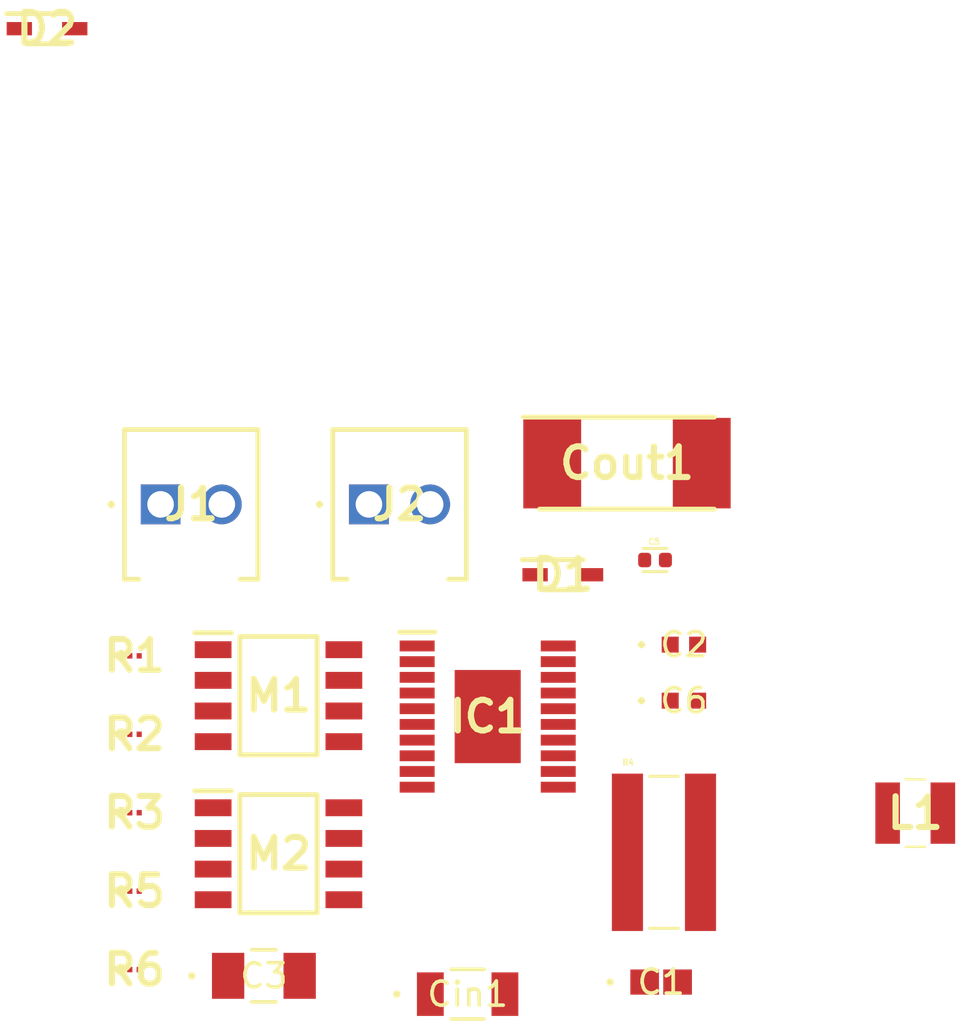
<source format=kicad_pcb>
(kicad_pcb (version 20240108) (generator "pcbnew") (generator_version "8.0")
  (layers (0 "F.Cu" signal) (31 "B.Cu" signal) (34 "B.Paste" user) (35 "F.Paste" user) (36 "B.SilkS" user "B.Silkscreen") (37 "F.SilkS" user "F.Silkscreen") (38 "B.Mask" user) (39 "F.Mask" user) (44 "Edge.Cuts" user))
  (net 0 "")
  (net 1 "Net-(C1-Pad2)")
  (net 2 "GND")
  (net 3 "Net-(IC1-TRACK{slash}SS)")
  (net 4 "Net-(IC1-ITH)")
  (net 5 "Net-(D1-A)")
  (net 6 "Net-(D1-K)")
  (net 7 "Net-(D2-K)")
  (net 8 "Net-(IC1-VIN)")
  (net 9 "Net-(M1-D_2)")
  (net 10 "Net-(IC1-SENSE-)")
  (net 11 "GNDS")
  (net 12 "Net-(IC1-SENSE+)")
  (net 14 "Net-(IC1-FREQ)")
  (net 15 "Net-(IC1-BG)")
  (net 16 "Net-(IC1-VFB)")
  (net 17 "Net-(IC1-TG)")
  (net 18 "Net-(M2-D_2)")
  (net 21 "Net-(IC1-PGOOD)")
  (footprint "footprints:ERJ-XGNF6042Y" (layer "F.Cu") (at 123.4783 99.2341)
    (property "Reference" "R2" (at 0 0 0) (layer "F.SilkS") (effects (font (size 1.27 1.27) (thickness 0.254))))
    (property "Value" "60k4" (hide yes))
    (fp_circle (center -0.544 0) (end -0.544 0.05) (stroke (width 0.2)) (fill none) (layer "F.SilkS"))
    (pad "1" smd rect (at -0.194 0) (size 0.213 0.225) (layers "F.Cu" "F.Paste" "F.Mask") (net 2 "GND"))
    (pad "2" smd rect (at 0.194 0) (size 0.213 0.225) (layers "F.Cu" "F.Paste" "F.Mask") (net 14 "Net-(IC1-FREQ)"))
  )
  (footprint "footprints:KRL6432D-C-R004-F-T5" (layer "F.Cu") (at 145.4343 104.1241)
    (property "Reference" "R4" (at -1.480155 -3.722309 0) (layer "F.SilkS") (effects (font (size 0.240187 0.240187))))
    (property "Value" "4m")
    (fp_line (start -0.6 -3.15) (end 0.6 -3.15) (stroke (width 0.127)) (layer "F.SilkS"))
    (fp_line (start -0.6 3.15) (end 0.6 3.15) (stroke (width 0.127)) (layer "F.SilkS"))
    (pad "1" smd rect (at -1.515 0) (size 1.29 6.52) (layers "F.Cu" "F.Paste" "F.Mask") (net 12 "Net-(IC1-SENSE+)"))
    (pad "2" smd rect (at 1.515 0) (size 1.29 6.52) (layers "F.Cu" "F.Paste" "F.Mask") (net 10 "Net-(IC1-SENSE-)"))
  )
  (footprint "footprints:ERJ-XGNF1003Y" (layer "F.Cu") (at 123.4783 102.4841)
    (property "Reference" "R3" (at 0 0 0) (layer "F.SilkS") (effects (font (size 1.27 1.27) (thickness 0.254))))
    (property "Value" "100k" (hide yes))
    (fp_circle (center -0.544 0) (end -0.544 0.05) (stroke (width 0.2)) (fill none) (layer "F.SilkS"))
    (pad "1" smd rect (at -0.194 0) (size 0.213 0.225) (layers "F.Cu" "F.Paste" "F.Mask") (net 5 "Net-(D1-A)"))
    (pad "2" smd rect (at 0.194 0) (size 0.213 0.225) (layers "F.Cu" "F.Paste" "F.Mask") (net 21 "Net-(IC1-PGOOD)"))
  )
  (footprint "footprints:CAP_CS0402_YAG" (layer "F.Cu") (at 146.2614 97.8403)
    (property "Reference" "C6" (at 0 0 0) (layer "F.SilkS"))
    (property "Value" "0u1")
    (fp_circle (center -1.7597 0) (end -1.6835 0) (stroke (width 0.1524)) (fill none) (layer "F.SilkS"))
    (pad "1" smd rect (at -0.5687 0) (size 0.7056 0.6604) (layers "F.Cu" "F.Paste" "F.Mask") (net 6 "Net-(D1-K)"))
    (pad "2" smd rect (at 0.5687 0) (size 0.7056 0.6604) (layers "F.Cu" "F.Paste" "F.Mask") (net 7 "Net-(D2-K)"))
  )
  (footprint "footprints:AISC-1008F-100G-T" (layer "F.Cu") (at 155.855 102.5)
    (property "Reference" "L1" (at 0 -0.002 0) (layer "F.SilkS") (effects (font (size 1.27 1.27) (thickness 0.254))))
    (property "Value" "10u" (hide yes))
    (fp_line (start -0.4 -1.4) (end 0.4 -1.395) (stroke (width 0.1)) (layer "F.SilkS"))
    (fp_line (start -0.4 1.395) (end 0.4 1.395) (stroke (width 0.1)) (layer "F.SilkS"))
    (pad "1" smd rect (at -1.145 0) (size 1.02 2.54) (layers "F.Cu" "F.Paste" "F.Mask") (net 7 "Net-(D2-K)"))
    (pad "2" smd rect (at 1.145 0) (size 1.02 2.54) (layers "F.Cu" "F.Paste" "F.Mask") (net 12 "Net-(IC1-SENSE+)"))
  )
  (footprint "footprints:IRF7413ZPBF" (layer "F.Cu") (at 129.4493 104.1841)
    (property "Reference" "M2" (at 0 0 0) (layer "F.SilkS") (effects (font (size 1.27 1.27) (thickness 0.254))))
    (property "Value" "IRF7413ZPBF" (hide yes))
    (fp_line (start -3.475 -2.605) (end -1.95 -2.605) (stroke (width 0.2)) (layer "F.SilkS"))
    (fp_line (start -1.6 -2.45) (end 1.6 -2.45) (stroke (width 0.2)) (layer "F.SilkS"))
    (fp_line (start -1.6 2.45) (end -1.6 -2.45) (stroke (width 0.2)) (layer "F.SilkS"))
    (fp_line (start 1.6 -2.45) (end 1.6 2.45) (stroke (width 0.2)) (layer "F.SilkS"))
    (fp_line (start 1.6 2.45) (end -1.6 2.45) (stroke (width 0.2)) (layer "F.SilkS"))
    (pad "1" smd rect (at -2.712 -1.905 90) (size 0.7 1.525) (layers "F.Cu" "F.Paste" "F.Mask") (net 2 "GND"))
    (pad "2" smd rect (at -2.712 -0.635 90) (size 0.7 1.525) (layers "F.Cu" "F.Paste" "F.Mask") (net 2 "GND"))
    (pad "3" smd rect (at -2.712 0.635 90) (size 0.7 1.525) (layers "F.Cu" "F.Paste" "F.Mask") (net 2 "GND"))
    (pad "4" smd rect (at -2.712 1.905 90) (size 0.7 1.525) (layers "F.Cu" "F.Paste" "F.Mask") (net 15 "Net-(IC1-BG)"))
    (pad "5" smd rect (at 2.712 1.905 90) (size 0.7 1.525) (layers "F.Cu" "F.Paste" "F.Mask") (net 7 "Net-(D2-K)"))
    (pad "6" smd rect (at 2.712 0.635 90) (size 0.7 1.525) (layers "F.Cu" "F.Paste" "F.Mask") (net 18 "Net-(M2-D_2)"))
    (pad "7" smd rect (at 2.712 -0.635 90) (size 0.7 1.525) (layers "F.Cu" "F.Paste" "F.Mask") (net 18 "Net-(M2-D_2)"))
    (pad "8" smd rect (at 2.712 -1.905 90) (size 0.7 1.525) (layers "F.Cu" "F.Paste" "F.Mask") (net 18 "Net-(M2-D_2)"))
  )
  (footprint "footprints:ERJ-XGNF4023Y" (layer "F.Cu") (at 123.4783 108.9841)
    (property "Reference" "R6" (at 0 0 0) (layer "F.SilkS") (effects (font (size 1.27 1.27) (thickness 0.254))))
    (property "Value" "400k" (hide yes))
    (fp_circle (center -0.544 0) (end -0.544 0.05) (stroke (width 0.2)) (fill none) (layer "F.SilkS"))
    (pad "1" smd rect (at -0.194 0) (size 0.213 0.225) (layers "F.Cu" "F.Paste" "F.Mask") (net 16 "Net-(IC1-VFB)"))
    (pad "2" smd rect (at 0.194 0) (size 0.213 0.225) (layers "F.Cu" "F.Paste" "F.Mask") (net 2 "GND"))
  )
  (footprint "footprints:IRF7413ZPBF" (layer "F.Cu") (at 129.4493 97.6341)
    (property "Reference" "M1" (at 0 0 0) (layer "F.SilkS") (effects (font (size 1.27 1.27) (thickness 0.254))))
    (property "Value" "IRF7413ZPBF" (hide yes))
    (fp_line (start -3.475 -2.605) (end -1.95 -2.605) (stroke (width 0.2)) (layer "F.SilkS"))
    (fp_line (start -1.6 -2.45) (end 1.6 -2.45) (stroke (width 0.2)) (layer "F.SilkS"))
    (fp_line (start -1.6 2.45) (end -1.6 -2.45) (stroke (width 0.2)) (layer "F.SilkS"))
    (fp_line (start 1.6 -2.45) (end 1.6 2.45) (stroke (width 0.2)) (layer "F.SilkS"))
    (fp_line (start 1.6 2.45) (end -1.6 2.45) (stroke (width 0.2)) (layer "F.SilkS"))
    (pad "1" smd rect (at -2.712 -1.905 90) (size 0.7 1.525) (layers "F.Cu" "F.Paste" "F.Mask") (net 7 "Net-(D2-K)"))
    (pad "2" smd rect (at -2.712 -0.635 90) (size 0.7 1.525) (layers "F.Cu" "F.Paste" "F.Mask") (net 7 "Net-(D2-K)"))
    (pad "3" smd rect (at -2.712 0.635 90) (size 0.7 1.525) (layers "F.Cu" "F.Paste" "F.Mask") (net 7 "Net-(D2-K)"))
    (pad "4" smd rect (at -2.712 1.905 90) (size 0.7 1.525) (layers "F.Cu" "F.Paste" "F.Mask") (net 17 "Net-(IC1-TG)"))
    (pad "5" smd rect (at 2.712 1.905 90) (size 0.7 1.525) (layers "F.Cu" "F.Paste" "F.Mask") (net 8 "Net-(IC1-VIN)"))
    (pad "6" smd rect (at 2.712 0.635 90) (size 0.7 1.525) (layers "F.Cu" "F.Paste" "F.Mask") (net 9 "Net-(M1-D_2)"))
    (pad "7" smd rect (at 2.712 -0.635 90) (size 0.7 1.525) (layers "F.Cu" "F.Paste" "F.Mask") (net 9 "Net-(M1-D_2)"))
    (pad "8" smd rect (at 2.712 -1.905 90) (size 0.7 1.525) (layers "F.Cu" "F.Paste" "F.Mask") (net 9 "Net-(M1-D_2)"))
  )
  (footprint "footprints:ERJ-XGNF1542Y" (layer "F.Cu") (at 123.4783 95.9841)
    (property "Reference" "R1" (at 0 0 0) (layer "F.SilkS") (effects (font (size 1.27 1.27) (thickness 0.254))))
    (property "Value" "15k4" (hide yes))
    (fp_circle (center -0.544 0) (end -0.544 0.05) (stroke (width 0.2)) (fill none) (layer "F.SilkS"))
    (pad "1" smd rect (at -0.194 0) (size 0.213 0.225) (layers "F.Cu" "F.Paste" "F.Mask") (net 1 "Net-(C1-Pad2)"))
    (pad "2" smd rect (at 0.194 0) (size 0.213 0.225) (layers "F.Cu" "F.Paste" "F.Mask") (net 4 "Net-(IC1-ITH)"))
  )
  (footprint "footprints:CMDSH2-3_TR_PBFREE" (layer "F.Cu") (at 141.2393 92.6241)
    (property "Reference" "D1" (at 0 0 0) (layer "F.SilkS") (effects (font (size 1.27 1.27) (thickness 0.254))))
    (property "Value" "CMDSH2-3" (hide yes))
    (fp_line (start -1.675 -0.625) (end 0.85 -0.625) (stroke (width 0.2)) (layer "F.SilkS"))
    (fp_line (start -0.85 0.625) (end 0.85 0.625) (stroke (width 0.2)) (layer "F.SilkS"))
    (pad "1" smd rect (at -1.15 0 90) (size 0.55 1.05) (layers "F.Cu" "F.Paste" "F.Mask") (net 6 "Net-(D1-K)"))
    (pad "2" smd rect (at 1.15 0 90) (size 0.55 1.05) (layers "F.Cu" "F.Paste" "F.Mask") (net 5 "Net-(D1-A)"))
  )
  (footprint "footprints:ERJ-XGNF1003Y" (layer "F.Cu") (at 123.4783 105.7341)
    (property "Reference" "R5" (at 0 0 0) (layer "F.SilkS") (effects (font (size 1.27 1.27) (thickness 0.254))))
    (property "Value" "100k" (hide yes))
    (fp_circle (center -0.544 0) (end -0.544 0.05) (stroke (width 0.2)) (fill none) (layer "F.SilkS"))
    (pad "1" smd rect (at -0.194 0) (size 0.213 0.225) (layers "F.Cu" "F.Paste" "F.Mask") (net 10 "Net-(IC1-SENSE-)"))
    (pad "2" smd rect (at 0.194 0) (size 0.213 0.225) (layers "F.Cu" "F.Paste" "F.Mask") (net 16 "Net-(IC1-VFB)"))
  )
  (footprint "footprints:CAP_CC1206_YAG" (layer "F.Cu") (at 137.2925 110.001)
    (property "Reference" "Cin1" (at 0 0 0) (layer "F.SilkS"))
    (property "Value" "22u")
    (fp_line (start -0.68305 1.0287) (end 0.68305 1.0287) (stroke (width 0.1524)) (layer "F.SilkS"))
    (fp_line (start 0.68305 -1.0287) (end -0.68305 -1.0287) (stroke (width 0.1524)) (layer "F.SilkS"))
    (fp_circle (center -2.9408 0) (end -2.8646 0) (stroke (width 0.1524)) (fill none) (layer "F.SilkS"))
    (pad "1" smd rect (at -1.5466 0) (size 1.112 1.8034) (layers "F.Cu" "F.Paste" "F.Mask") (net 8 "Net-(IC1-VIN)"))
    (pad "2" smd rect (at 1.5466 0) (size 1.112 1.8034) (layers "F.Cu" "F.Paste" "F.Mask") (net 2 "GND"))
  )
  (footprint "footprints:CMDSH2-3_TR_PBFREE" (layer "F.Cu") (at 119.85 70)
    (property "Reference" "D2" (at 0 0 0) (layer "F.SilkS") (effects (font (size 1.27 1.27) (thickness 0.254))))
    (property "Value" "CMDSH2-3" (hide yes))
    (fp_line (start -1.675 -0.625) (end 0.85 -0.625) (stroke (width 0.2)) (layer "F.SilkS"))
    (fp_line (start -0.85 0.625) (end 0.85 0.625) (stroke (width 0.2)) (layer "F.SilkS"))
    (pad "1" smd rect (at -1.15 0 90) (size 0.55 1.05) (layers "F.Cu" "F.Paste" "F.Mask") (net 7 "Net-(D2-K)"))
    (pad "2" smd rect (at 1.15 0 90) (size 0.55 1.05) (layers "F.Cu" "F.Paste" "F.Mask") (net 2 "GND"))
  )
  (footprint "footprints:1725656" (layer "F.Cu") (at 133.1993 89.7091)
    (property "Reference" "J2" (at 1.27 0 0) (layer "F.SilkS") (effects (font (size 1.27 1.27) (thickness 0.254))))
    (property "Value" "Screw_Terminal_01x02" (hide yes))
    (fp_line (start -2.1 0) (end -2.1 0) (stroke (width 0.2)) (layer "F.SilkS"))
    (fp_line (start -2.1 0) (end -2.1 0) (stroke (width 0.2)) (layer "F.SilkS"))
    (fp_line (start -2 0) (end -2 0) (stroke (width 0.2)) (layer "F.SilkS"))
    (fp_line (start -1.5 -3.1) (end 4.04 -3.1) (stroke (width 0.2)) (layer "F.SilkS"))
    (fp_line (start -1.5 3.1) (end -1.5 -3.1) (stroke (width 0.2)) (layer "F.SilkS"))
    (fp_line (start -0.9 3.1) (end -1.5 3.1) (stroke (width 0.2)) (layer "F.SilkS"))
    (fp_line (start 4.04 -3.1) (end 4.04 3.1) (stroke (width 0.2)) (layer "F.SilkS"))
    (fp_line (start 4.04 3.1) (end 3.3 3.1) (stroke (width 0.2)) (layer "F.SilkS"))
    (fp_arc (start -2.1 0) (mid -2.05 -0.05) (end -2 0) (stroke (width 0.2)) (layer "F.SilkS"))
    (fp_arc (start -2 0) (mid -2.05 0.05) (end -2.1 0) (stroke (width 0.2)) (layer "F.SilkS"))
    (fp_arc (start -2 0) (mid -2.05 0.05) (end -2.1 0) (stroke (width 0.2)) (layer "F.SilkS"))
    (pad "" np_thru_hole circle (at 0 2.54) (size 1.1 1.1) (drill 1.1) (layers "*.Cu" "*.Mask"))
    (pad "" np_thru_hole circle (at 2.54 2.54) (size 1.1 1.1) (drill 1.1) (layers "*.Cu" "*.Mask"))
    (pad "1" thru_hole rect (at 0 0) (size 1.65 1.65) (drill 1.1) (layers "*.Cu" "*.Mask") (net 2 "GND"))
    (pad "2" thru_hole circle (at 2.54 0) (size 1.65 1.65) (drill 1.1) (layers "*.Cu" "*.Mask") (net 10 "Net-(IC1-SENSE-)"))
  )
  (footprint "footprints:TAZH157J010LBSZ0H00" (layer "F.Cu") (at 143.9 88)
    (property "Reference" "Cout1" (at 0 0 0) (layer "F.SilkS") (effects (font (size 1.27 1.27) (thickness 0.254))))
    (property "Value" "150u" (hide yes))
    (fp_line (start -3.62 1.905) (end 3.62 1.905) (stroke (width 0.2)) (layer "F.SilkS"))
    (fp_line (start 3.62 -1.905) (end -4.3 -1.905) (stroke (width 0.2)) (layer "F.SilkS"))
    (pad "1" smd rect (at -3.1 0) (size 2.4 3.75) (layers "F.Cu" "F.Paste" "F.Mask") (net 10 "Net-(IC1-SENSE-)"))
    (pad "2" smd rect (at 3.1 0) (size 2.4 3.75) (layers "F.Cu" "F.Paste" "F.Mask") (net 2 "GND"))
  )
  (footprint "footprints:CAP_CS1206_YAG" (layer "F.Cu") (at 128.8433 109.2418)
    (property "Reference" "C3" (at 0 0 0) (layer "F.SilkS"))
    (property "Value" "47p")
    (fp_line (start -0.50525 1.0795) (end 0.50525 1.0795) (stroke (width 0.1524)) (layer "F.SilkS"))
    (fp_line (start 0.50525 -1.0795) (end -0.50525 -1.0795) (stroke (width 0.1524)) (layer "F.SilkS"))
    (fp_circle (center -2.9916 0) (end -2.9154 0) (stroke (width 0.1524)) (fill none) (layer "F.SilkS"))
    (pad "1" smd rect (at -1.4831 0) (size 1.3406 1.905) (layers "F.Cu" "F.Paste" "F.Mask") (net 4 "Net-(IC1-ITH)"))
    (pad "2" smd rect (at 1.4831 0) (size 1.3406 1.905) (layers "F.Cu" "F.Paste" "F.Mask") (net 2 "GND"))
  )
  (footprint "footprints:1725656" (layer "F.Cu") (at 124.5593 89.7091)
    (property "Reference" "J1" (at 1.27 0 0) (layer "F.SilkS") (effects (font (size 1.27 1.27) (thickness 0.254))))
    (property "Value" "Screw_Terminal_01x02" (hide yes))
    (fp_line (start -2.1 0) (end -2.1 0) (stroke (width 0.2)) (layer "F.SilkS"))
    (fp_line (start -2.1 0) (end -2.1 0) (stroke (width 0.2)) (layer "F.SilkS"))
    (fp_line (start -2 0) (end -2 0) (stroke (width 0.2)) (layer "F.SilkS"))
    (fp_line (start -1.5 -3.1) (end 4.04 -3.1) (stroke (width 0.2)) (layer "F.SilkS"))
    (fp_line (start -1.5 3.1) (end -1.5 -3.1) (stroke (width 0.2)) (layer "F.SilkS"))
    (fp_line (start -0.9 3.1) (end -1.5 3.1) (stroke (width 0.2)) (layer "F.SilkS"))
    (fp_line (start 4.04 -3.1) (end 4.04 3.1) (stroke (width 0.2)) (layer "F.SilkS"))
    (fp_line (start 4.04 3.1) (end 3.3 3.1) (stroke (width 0.2)) (layer "F.SilkS"))
    (fp_arc (start -2.1 0) (mid -2.05 -0.05) (end -2 0) (stroke (width 0.2)) (layer "F.SilkS"))
    (fp_arc (start -2 0) (mid -2.05 0.05) (end -2.1 0) (stroke (width 0.2)) (layer "F.SilkS"))
    (fp_arc (start -2 0) (mid -2.05 0.05) (end -2.1 0) (stroke (width 0.2)) (layer "F.SilkS"))
    (pad "" np_thru_hole circle (at 0 2.54) (size 1.1 1.1) (drill 1.1) (layers "*.Cu" "*.Mask"))
    (pad "" np_thru_hole circle (at 2.54 2.54) (size 1.1 1.1) (drill 1.1) (layers "*.Cu" "*.Mask"))
    (pad "1" thru_hole rect (at 0 0) (size 1.65 1.65) (drill 1.1) (layers "*.Cu" "*.Mask") (net 2 "GND"))
    (pad "2" thru_hole circle (at 2.54 0) (size 1.65 1.65) (drill 1.1) (layers "*.Cu" "*.Mask") (net 8 "Net-(IC1-VIN)"))
  )
  (footprint "footprints:LTC3807EFE#PBF" (layer "F.Cu") (at 138.1243 98.5)
    (property "Reference" "IC1" (at 0 0 0) (layer "F.SilkS") (effects (font (size 1.27 1.27) (thickness 0.254))))
    (property "Value" "LTC3807EFE#PBF" (hide yes))
    (fp_line (start -3.65 -3.5) (end -2.2 -3.5) (stroke (width 0.2)) (layer "F.SilkS"))
    (pad "1" smd rect (at -2.925 -2.925 90) (size 0.45 1.45) (layers "F.Cu" "F.Paste" "F.Mask") (net 3 "Net-(IC1-TRACK{slash}SS)"))
    (pad "2" smd rect (at -2.925 -2.275 90) (size 0.45 1.45) (layers "F.Cu" "F.Paste" "F.Mask") (net 14 "Net-(IC1-FREQ)"))
    (pad "3" smd rect (at -2.925 -1.625 90) (size 0.45 1.45) (layers "F.Cu" "F.Paste" "F.Mask"))
    (pad "4" smd rect (at -2.925 -0.975 90) (size 0.45 1.45) (layers "F.Cu" "F.Paste" "F.Mask") (net 11 "GNDS"))
    (pad "5" smd rect (at -2.925 -0.325 90) (size 0.45 1.45) (layers "F.Cu" "F.Paste" "F.Mask") (net 11 "GNDS"))
    (pad "6" smd rect (at -2.925 0.325 90) (size 0.45 1.45) (layers "F.Cu" "F.Paste" "F.Mask"))
    (pad "7" smd rect (at -2.925 0.975 90) (size 0.45 1.45) (layers "F.Cu" "F.Paste" "F.Mask") (net 10 "Net-(IC1-SENSE-)"))
    (pad "8" smd rect (at -2.925 1.625 90) (size 0.45 1.45) (layers "F.Cu" "F.Paste" "F.Mask") (net 12 "Net-(IC1-SENSE+)"))
    (pad "9" smd rect (at -2.925 2.275 90) (size 0.45 1.45) (layers "F.Cu" "F.Paste" "F.Mask") (net 16 "Net-(IC1-VFB)"))
    (pad "10" smd rect (at -2.925 2.925 90) (size 0.45 1.45) (layers "F.Cu" "F.Paste" "F.Mask") (net 4 "Net-(IC1-ITH)"))
    (pad "11" smd rect (at 2.925 2.925 90) (size 0.45 1.45) (layers "F.Cu" "F.Paste" "F.Mask") (net 21 "Net-(IC1-PGOOD)"))
    (pad "12" smd rect (at 2.925 2.275 90) (size 0.45 1.45) (layers "F.Cu" "F.Paste" "F.Mask") (net 17 "Net-(IC1-TG)"))
    (pad "13" smd rect (at 2.925 1.625 90) (size 0.45 1.45) (layers "F.Cu" "F.Paste" "F.Mask") (net 7 "Net-(D2-K)"))
    (pad "14" smd rect (at 2.925 0.975 90) (size 0.45 1.45) (layers "F.Cu" "F.Paste" "F.Mask") (net 6 "Net-(D1-K)"))
    (pad "15" smd rect (at 2.925 0.325 90) (size 0.45 1.45) (layers "F.Cu" "F.Paste" "F.Mask") (net 15 "Net-(IC1-BG)"))
    (pad "16" smd rect (at 2.925 -0.325 90) (size 0.45 1.45) (layers "F.Cu" "F.Paste" "F.Mask") (net 5 "Net-(D1-A)"))
    (pad "17" smd rect (at 2.925 -0.975 90) (size 0.45 1.45) (layers "F.Cu" "F.Paste" "F.Mask") (net 2 "GND"))
    (pad "18" smd rect (at 2.925 -1.625 90) (size 0.45 1.45) (layers "F.Cu" "F.Paste" "F.Mask") (net 2 "GND"))
    (pad "19" smd rect (at 2.925 -2.275 90) (size 0.45 1.45) (layers "F.Cu" "F.Paste" "F.Mask") (net 8 "Net-(IC1-VIN)"))
    (pad "20" smd rect (at 2.925 -2.925 90) (size 0.45 1.45) (layers "F.Cu" "F.Paste" "F.Mask"))
    (pad "21" smd rect (at 0 0) (size 2.74 3.86) (layers "F.Cu" "F.Paste" "F.Mask") (net 11 "GNDS"))
  )
  (footprint "footprints:CC0402KRX5R7BB225" (layer "F.Cu") (at 145.0643 92.0141)
    (property "Reference" "C5" (at -0.038306 -0.758223 0) (layer "F.SilkS") (effects (font (size 0.241854 0.241854))))
    (property "Value" "2u2")
    (fp_line (start -0.5 0.48) (end 0.5 0.48) (stroke (width 0.127)) (layer "F.SilkS"))
    (fp_line (start 0.5 -0.48) (end -0.5 -0.48) (stroke (width 0.127)) (layer "F.SilkS"))
    (pad "1" smd roundrect (at -0.43 0) (size 0.54 0.6) (layers "F.Cu" "F.Paste" "F.Mask") (roundrect_rratio 0.265) (net 5 "Net-(D1-A)"))
    (pad "2" smd roundrect (at 0.43 0) (size 0.54 0.6) (layers "F.Cu" "F.Paste" "F.Mask") (roundrect_rratio 0.265) (net 2 "GND"))
  )
  (footprint "footprints:CAP_CS0603_YAG" (layer "F.Cu") (at 145.317 109.5)
    (property "Reference" "C1" (at 0 0 0) (layer "F.SilkS"))
    (property "Value" "4n7")
    (fp_circle (center -2.1153 0) (end -2.0391 0) (stroke (width 0.1524)) (fill none) (layer "F.SilkS"))
    (pad "1" smd rect (at -0.683 0) (size 1.1882 1.0414) (layers "F.Cu" "F.Paste" "F.Mask") (net 2 "GND"))
    (pad "2" smd rect (at 0.683 0) (size 1.1882 1.0414) (layers "F.Cu" "F.Paste" "F.Mask") (net 1 "Net-(C1-Pad2)"))
  )
  (footprint "footprints:CAP_CS0402_YAG" (layer "F.Cu") (at 146.2614 95.5195)
    (property "Reference" "C2" (at 0 0 0) (layer "F.SilkS"))
    (property "Value" "0u1")
    (fp_circle (center -1.7597 0) (end -1.6835 0) (stroke (width 0.1524)) (fill none) (layer "F.SilkS"))
    (pad "1" smd rect (at -0.5687 0) (size 0.7056 0.6604) (layers "F.Cu" "F.Paste" "F.Mask") (net 2 "GND"))
    (pad "2" smd rect (at 0.5687 0) (size 0.7056 0.6604) (layers "F.Cu" "F.Paste" "F.Mask") (net 3 "Net-(IC1-TRACK{slash}SS)"))
  )
)
</source>
